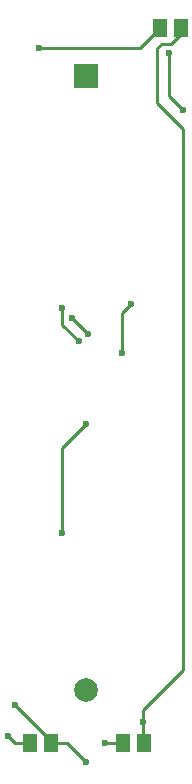
<source format=gbl>
%TF.GenerationSoftware,KiCad,Pcbnew,(6.0.1)*%
%TF.CreationDate,2022-06-17T15:58:33+01:00*%
%TF.ProjectId,luminaire,6c756d69-6e61-4697-9265-2e6b69636164,rev?*%
%TF.SameCoordinates,Original*%
%TF.FileFunction,Copper,L2,Bot*%
%TF.FilePolarity,Positive*%
%FSLAX46Y46*%
G04 Gerber Fmt 4.6, Leading zero omitted, Abs format (unit mm)*
G04 Created by KiCad (PCBNEW (6.0.1)) date 2022-06-17 15:58:33*
%MOMM*%
%LPD*%
G01*
G04 APERTURE LIST*
%TA.AperFunction,SMDPad,CuDef*%
%ADD10R,1.250000X1.600000*%
%TD*%
%TA.AperFunction,ComponentPad*%
%ADD11R,2.000000X2.000000*%
%TD*%
%TA.AperFunction,ComponentPad*%
%ADD12C,2.000000*%
%TD*%
%TA.AperFunction,ViaPad*%
%ADD13C,0.600000*%
%TD*%
%TA.AperFunction,Conductor*%
%ADD14C,0.250000*%
%TD*%
G04 APERTURE END LIST*
D10*
%TO.P,D6,1,K*%
%TO.N,Net-(D6-Pad1)*%
X156240000Y-50500000D03*
%TO.P,D6,2,A*%
%TO.N,Net-(C1-Pad1)*%
X158000000Y-50500000D03*
%TD*%
%TO.P,D10,1,K*%
%TO.N,Net-(D10-Pad1)*%
X153120000Y-111000000D03*
%TO.P,D10,2,A*%
%TO.N,Net-(C1-Pad1)*%
X154880000Y-111000000D03*
%TD*%
%TO.P,D8,1,K*%
%TO.N,Net-(D8-Pad1)*%
X145240000Y-111000000D03*
%TO.P,D8,2,A*%
%TO.N,Net-(D11-Pad1)*%
X147000000Y-111000000D03*
%TD*%
D11*
%TO.P,BT1,1,+*%
%TO.N,Net-(BT1-Pad1)*%
X150000000Y-54500000D03*
D12*
%TO.P,BT1,2,-*%
%TO.N,Net-(BT1-Pad2)*%
X150000000Y-106490000D03*
%TD*%
D13*
%TO.N,Net-(BT1-Pad2)*%
X150200000Y-76400000D03*
X148800000Y-75000000D03*
%TO.N,Net-(D1-Pad2)*%
X148000000Y-93200000D03*
X150000000Y-84000000D03*
%TO.N,Net-(L1-Pad1)*%
X157000000Y-52600000D03*
X158200000Y-57400000D03*
%TO.N,Net-(Q1-Pad2)*%
X153000000Y-78000000D03*
X153800000Y-73800000D03*
%TO.N,Net-(SW1-Pad7)*%
X149400000Y-77000000D03*
X148000000Y-74200000D03*
%TO.N,Net-(C1-Pad1)*%
X154800000Y-109200000D03*
%TO.N,Net-(D10-Pad1)*%
X151600000Y-111000000D03*
%TO.N,Net-(D11-Pad1)*%
X144000000Y-107800000D03*
X150000000Y-112600000D03*
%TO.N,Net-(D8-Pad1)*%
X143400000Y-110400000D03*
%TO.N,Net-(D6-Pad1)*%
X146000000Y-52200000D03*
%TD*%
D14*
%TO.N,Net-(BT1-Pad2)*%
X150200000Y-76400000D02*
X148800000Y-75000000D01*
%TO.N,Net-(D1-Pad2)*%
X150000000Y-84000000D02*
X148000000Y-86000000D01*
X148000000Y-86000000D02*
X148000000Y-93200000D01*
%TO.N,Net-(L1-Pad1)*%
X157000000Y-56200000D02*
X158200000Y-57400000D01*
X157000000Y-52600000D02*
X157000000Y-56200000D01*
%TO.N,Net-(Q1-Pad2)*%
X153800000Y-73800000D02*
X153000000Y-74600000D01*
X153000000Y-74600000D02*
X153000000Y-78000000D01*
%TO.N,Net-(SW1-Pad7)*%
X148000000Y-75600000D02*
X148000000Y-74200000D01*
X149400000Y-77000000D02*
X148000000Y-75600000D01*
%TO.N,Net-(C1-Pad1)*%
X158200000Y-104800000D02*
X154800000Y-108200000D01*
X154800000Y-109200000D02*
X154800000Y-110920000D01*
X158000000Y-50500000D02*
X158000000Y-51000000D01*
X158200000Y-59000000D02*
X158200000Y-104800000D01*
X156400000Y-51800000D02*
X156000000Y-52200000D01*
X157200000Y-51800000D02*
X156400000Y-51800000D01*
X158000000Y-51000000D02*
X157200000Y-51800000D01*
X154800000Y-110920000D02*
X154880000Y-111000000D01*
X156000000Y-52200000D02*
X156000000Y-56800000D01*
X154800000Y-108200000D02*
X154800000Y-109200000D01*
X156000000Y-56800000D02*
X158200000Y-59000000D01*
%TO.N,Net-(D10-Pad1)*%
X153120000Y-111000000D02*
X151600000Y-111000000D01*
%TO.N,Net-(D11-Pad1)*%
X147000000Y-110800000D02*
X147000000Y-111000000D01*
X148400000Y-111000000D02*
X147000000Y-111000000D01*
X144000000Y-107800000D02*
X147000000Y-110800000D01*
X150000000Y-112600000D02*
X148400000Y-111000000D01*
%TO.N,Net-(D8-Pad1)*%
X144000000Y-111000000D02*
X145240000Y-111000000D01*
X143400000Y-110400000D02*
X144000000Y-111000000D01*
%TO.N,Net-(D6-Pad1)*%
X154540000Y-52200000D02*
X156240000Y-50500000D01*
X146000000Y-52200000D02*
X154540000Y-52200000D01*
%TD*%
M02*

</source>
